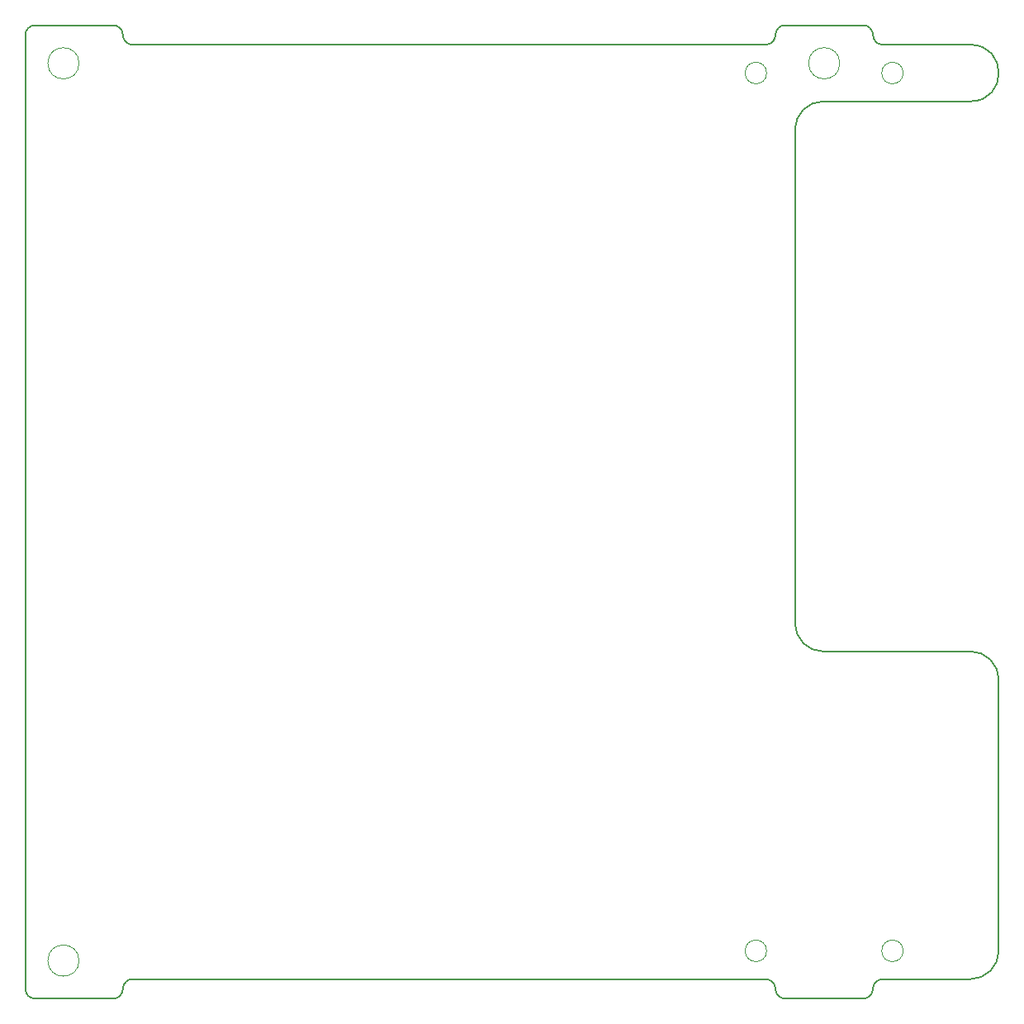
<source format=gbr>
%TF.GenerationSoftware,KiCad,Pcbnew,8.0.6-8.0.6-0~ubuntu24.04.1*%
%TF.CreationDate,2024-12-11T22:34:41+03:00*%
%TF.ProjectId,PM-CPU-RP,504d2d43-5055-42d5-9250-2e6b69636164,rev?*%
%TF.SameCoordinates,Original*%
%TF.FileFunction,Profile,NP*%
%FSLAX46Y46*%
G04 Gerber Fmt 4.6, Leading zero omitted, Abs format (unit mm)*
G04 Created by KiCad (PCBNEW 8.0.6-8.0.6-0~ubuntu24.04.1) date 2024-12-11 22:34:41*
%MOMM*%
%LPD*%
G01*
G04 APERTURE LIST*
%TA.AperFunction,Profile*%
%ADD10C,0.200000*%
%TD*%
%TA.AperFunction,Profile*%
%ADD11C,0.050000*%
%TD*%
G04 APERTURE END LIST*
D10*
X31900000Y42100000D02*
X47000000Y42100002D01*
X-49900000Y48900000D02*
X-49900000Y-48900000D01*
X27000000Y48900000D02*
G75*
G02*
X28000000Y49900000I1000000J0D01*
G01*
X-48900000Y49900000D02*
X-40900000Y49900000D01*
X-39900000Y-48900000D02*
G75*
G02*
X-40900000Y-49900000I-1000000J0D01*
G01*
X-38900000Y47900000D02*
G75*
G02*
X-39900000Y48900000I0J1000000D01*
G01*
X31900000Y-14300000D02*
X47000000Y-14300000D01*
X26000000Y-47900000D02*
X-38900000Y-47900000D01*
X38000000Y47900000D02*
G75*
G02*
X37000000Y48900000I0J1000000D01*
G01*
X47000000Y47900000D02*
G75*
G02*
X47000000Y42100000I0J-2900000D01*
G01*
X36000000Y49900000D02*
X28000000Y49900000D01*
X29000000Y39200000D02*
G75*
G02*
X31900000Y42100000I2900000J0D01*
G01*
X29000000Y39200000D02*
X29000000Y-11400000D01*
X47000000Y-14300000D02*
G75*
G02*
X49900000Y-17200000I0J-2900000D01*
G01*
X-39900000Y-48900000D02*
G75*
G02*
X-38900000Y-47900000I1000000J0D01*
G01*
X38000000Y-47900000D02*
X47000000Y-47900000D01*
X26000000Y-47900000D02*
G75*
G02*
X27000000Y-48900000I0J-1000000D01*
G01*
X28000000Y-49900000D02*
X36000000Y-49900000D01*
X36000000Y49900000D02*
G75*
G02*
X37000000Y48900000I0J-1000000D01*
G01*
X37000000Y-48900000D02*
G75*
G02*
X38000000Y-47900000I1000000J0D01*
G01*
X49900000Y-45000000D02*
G75*
G02*
X47000000Y-47900000I-2900000J0D01*
G01*
X-38900000Y47900000D02*
X26000000Y47900000D01*
X31900000Y-14300000D02*
G75*
G02*
X29000000Y-11400000I0J2900000D01*
G01*
X27000000Y48900000D02*
G75*
G02*
X26000000Y47900000I-1000000J0D01*
G01*
X-49900000Y48900000D02*
G75*
G02*
X-48900000Y49900000I1000000J0D01*
G01*
X-40900000Y49900000D02*
G75*
G02*
X-39900000Y48900000I0J-1000000D01*
G01*
X-48900000Y-49900000D02*
X-40900000Y-49900000D01*
X49900000Y-17200000D02*
X49900000Y-45000000D01*
X28000000Y-49900000D02*
G75*
G02*
X27000000Y-48900000I0J1000000D01*
G01*
X47000000Y47900000D02*
X38000000Y47900000D01*
X37000000Y-48900000D02*
G75*
G02*
X36000000Y-49900000I-1000000J0D01*
G01*
X-48900000Y-49900000D02*
G75*
G02*
X-49900000Y-48900000I0J1000000D01*
G01*
D11*
%TO.C,H3*%
X33600000Y46000000D02*
G75*
G02*
X30400000Y46000000I-1600000J0D01*
G01*
X30400000Y46000000D02*
G75*
G02*
X33600000Y46000000I1600000J0D01*
G01*
%TO.C,H2*%
X-44400000Y46000000D02*
G75*
G02*
X-47600000Y46000000I-1600000J0D01*
G01*
X-47600000Y46000000D02*
G75*
G02*
X-44400000Y46000000I1600000J0D01*
G01*
%TO.C,H1*%
X-44400000Y-46000000D02*
G75*
G02*
X-47600000Y-46000000I-1600000J0D01*
G01*
X-47600000Y-46000000D02*
G75*
G02*
X-44400000Y-46000000I1600000J0D01*
G01*
%TO.C,U2*%
X26100000Y45000000D02*
G75*
G02*
X23900000Y45000000I-1100000J0D01*
G01*
X23900000Y45000000D02*
G75*
G02*
X26100000Y45000000I1100000J0D01*
G01*
X26100000Y-45000000D02*
G75*
G02*
X23900000Y-45000000I-1100000J0D01*
G01*
X23900000Y-45000000D02*
G75*
G02*
X26100000Y-45000000I1100000J0D01*
G01*
X40100000Y45000000D02*
G75*
G02*
X37900000Y45000000I-1100000J0D01*
G01*
X37900000Y45000000D02*
G75*
G02*
X40100000Y45000000I1100000J0D01*
G01*
X40100000Y-45000000D02*
G75*
G02*
X37900000Y-45000000I-1100000J0D01*
G01*
X37900000Y-45000000D02*
G75*
G02*
X40100000Y-45000000I1100000J0D01*
G01*
%TD*%
M02*

</source>
